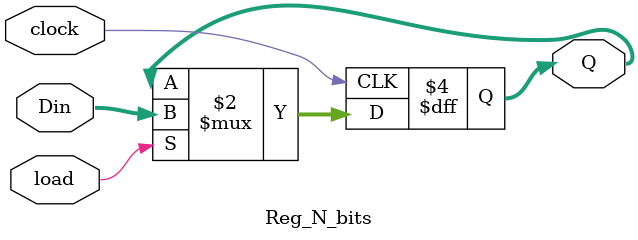
<source format=v>
module Reg_N_bits (Q, Din, clock, load);
  parameter size = 8;
  input clock, load;
  input [size-1:0] Din;
  output [size-1:0] Q;

  reg [size-1:0] Q;

  always @ (posedge clock)
  begin
    if (load) Q <= Din; 
  end
endmodule

</source>
